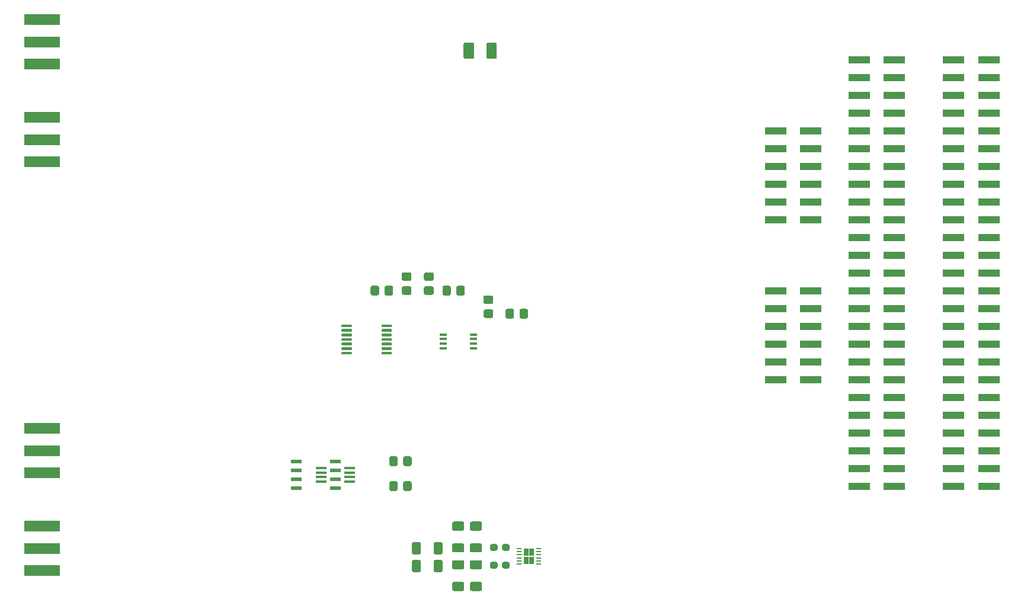
<source format=gtp>
G04 #@! TF.GenerationSoftware,KiCad,Pcbnew,5.1.12-84ad8e8a86~92~ubuntu18.04.1*
G04 #@! TF.CreationDate,2025-07-17T12:35:45+02:00*
G04 #@! TF.ProjectId,FPGA_buffer_board,46504741-5f62-4756-9666-65725f626f61,1.1*
G04 #@! TF.SameCoordinates,Original*
G04 #@! TF.FileFunction,Paste,Top*
G04 #@! TF.FilePolarity,Positive*
%FSLAX46Y46*%
G04 Gerber Fmt 4.6, Leading zero omitted, Abs format (unit mm)*
G04 Created by KiCad (PCBNEW 5.1.12-84ad8e8a86~92~ubuntu18.04.1) date 2025-07-17 12:35:45*
%MOMM*%
%LPD*%
G01*
G04 APERTURE LIST*
%ADD10R,1.520000X0.600000*%
%ADD11R,1.524000X0.450000*%
%ADD12R,0.640000X1.000000*%
%ADD13R,0.700000X0.250000*%
%ADD14R,3.150000X1.000000*%
%ADD15R,5.080000X1.500000*%
%ADD16R,1.100000X0.400000*%
G04 APERTURE END LIST*
D10*
X133968000Y-123470000D03*
X133968000Y-124740000D03*
X133968000Y-126010000D03*
X133968000Y-127280000D03*
X128380000Y-127280000D03*
X128380000Y-126010000D03*
X128380000Y-123470000D03*
X128380000Y-124740000D03*
D11*
X136000000Y-126350000D03*
X136000000Y-125700000D03*
X136000000Y-125050000D03*
X136000000Y-124400000D03*
X131936000Y-125700000D03*
X131936000Y-125050000D03*
X131936000Y-126350000D03*
X131936000Y-124400000D03*
D12*
X161195000Y-136435000D03*
X162025000Y-136435000D03*
X161195000Y-137625000D03*
X162025000Y-137625000D03*
D13*
X163010000Y-135905000D03*
X163010000Y-136355000D03*
X163010000Y-136805000D03*
X163010000Y-137255000D03*
X163010000Y-137705000D03*
X163010000Y-138155000D03*
X160210000Y-138155000D03*
X160210000Y-137705000D03*
X160210000Y-137255000D03*
X160210000Y-136805000D03*
X160210000Y-136355000D03*
X160210000Y-135905000D03*
D14*
X201900000Y-88900000D03*
X196850000Y-88900000D03*
X201900000Y-86360000D03*
X196850000Y-86360000D03*
X201900000Y-83820000D03*
X196850000Y-83820000D03*
X201900000Y-81280000D03*
X196850000Y-81280000D03*
X201900000Y-78740000D03*
X196850000Y-78740000D03*
X201900000Y-76200000D03*
X196850000Y-76200000D03*
G36*
G01*
X152285000Y-65695000D02*
X152285000Y-63845000D01*
G75*
G02*
X152535000Y-63595000I250000J0D01*
G01*
X153535000Y-63595000D01*
G75*
G02*
X153785000Y-63845000I0J-250000D01*
G01*
X153785000Y-65695000D01*
G75*
G02*
X153535000Y-65945000I-250000J0D01*
G01*
X152535000Y-65945000D01*
G75*
G02*
X152285000Y-65695000I0J250000D01*
G01*
G37*
G36*
G01*
X155535000Y-65695000D02*
X155535000Y-63845000D01*
G75*
G02*
X155785000Y-63595000I250000J0D01*
G01*
X156785000Y-63595000D01*
G75*
G02*
X157035000Y-63845000I0J-250000D01*
G01*
X157035000Y-65695000D01*
G75*
G02*
X156785000Y-65945000I-250000J0D01*
G01*
X155785000Y-65945000D01*
G75*
G02*
X155535000Y-65695000I0J250000D01*
G01*
G37*
X196850000Y-99060000D03*
X201900000Y-99060000D03*
X196850000Y-101600000D03*
X201900000Y-101600000D03*
X196850000Y-104140000D03*
X201900000Y-104140000D03*
X196850000Y-106680000D03*
X201900000Y-106680000D03*
X196850000Y-109220000D03*
X201900000Y-109220000D03*
X196850000Y-111760000D03*
X201900000Y-111760000D03*
D15*
X92075000Y-132715000D03*
X92075000Y-139065000D03*
X92075000Y-135890000D03*
X92075000Y-121920000D03*
X92075000Y-125095000D03*
X92075000Y-118745000D03*
G36*
G01*
X158866000Y-135525500D02*
X158866000Y-136000500D01*
G75*
G02*
X158628500Y-136238000I-237500J0D01*
G01*
X158028500Y-136238000D01*
G75*
G02*
X157791000Y-136000500I0J237500D01*
G01*
X157791000Y-135525500D01*
G75*
G02*
X158028500Y-135288000I237500J0D01*
G01*
X158628500Y-135288000D01*
G75*
G02*
X158866000Y-135525500I0J-237500D01*
G01*
G37*
G36*
G01*
X157141000Y-135525500D02*
X157141000Y-136000500D01*
G75*
G02*
X156903500Y-136238000I-237500J0D01*
G01*
X156303500Y-136238000D01*
G75*
G02*
X156066000Y-136000500I0J237500D01*
G01*
X156066000Y-135525500D01*
G75*
G02*
X156303500Y-135288000I237500J0D01*
G01*
X156903500Y-135288000D01*
G75*
G02*
X157141000Y-135525500I0J-237500D01*
G01*
G37*
G36*
G01*
X157141000Y-138065500D02*
X157141000Y-138540500D01*
G75*
G02*
X156903500Y-138778000I-237500J0D01*
G01*
X156303500Y-138778000D01*
G75*
G02*
X156066000Y-138540500I0J237500D01*
G01*
X156066000Y-138065500D01*
G75*
G02*
X156303500Y-137828000I237500J0D01*
G01*
X156903500Y-137828000D01*
G75*
G02*
X157141000Y-138065500I0J-237500D01*
G01*
G37*
G36*
G01*
X158866000Y-138065500D02*
X158866000Y-138540500D01*
G75*
G02*
X158628500Y-138778000I-237500J0D01*
G01*
X158028500Y-138778000D01*
G75*
G02*
X157791000Y-138540500I0J237500D01*
G01*
X157791000Y-138065500D01*
G75*
G02*
X158028500Y-137828000I237500J0D01*
G01*
X158628500Y-137828000D01*
G75*
G02*
X158866000Y-138065500I0J-237500D01*
G01*
G37*
D14*
X227330000Y-127000000D03*
X222280000Y-127000000D03*
X227330000Y-124460000D03*
X222280000Y-124460000D03*
X227330000Y-121920000D03*
X222280000Y-121920000D03*
X227330000Y-119380000D03*
X222280000Y-119380000D03*
X227330000Y-116840000D03*
X222280000Y-116840000D03*
X227330000Y-114300000D03*
X222280000Y-114300000D03*
X227330000Y-111760000D03*
X222280000Y-111760000D03*
X227330000Y-109220000D03*
X222280000Y-109220000D03*
X227330000Y-106680000D03*
X222280000Y-106680000D03*
X227330000Y-104140000D03*
X222280000Y-104140000D03*
X227330000Y-101600000D03*
X222280000Y-101600000D03*
X227330000Y-99060000D03*
X222280000Y-99060000D03*
X227330000Y-96520000D03*
X222280000Y-96520000D03*
X227330000Y-93980000D03*
X222280000Y-93980000D03*
X227330000Y-91440000D03*
X222280000Y-91440000D03*
X227330000Y-88900000D03*
X222280000Y-88900000D03*
X227330000Y-86360000D03*
X222280000Y-86360000D03*
X227330000Y-83820000D03*
X222280000Y-83820000D03*
X227330000Y-81280000D03*
X222280000Y-81280000D03*
X227330000Y-78740000D03*
X222280000Y-78740000D03*
X227330000Y-76200000D03*
X222280000Y-76200000D03*
X227330000Y-73660000D03*
X222280000Y-73660000D03*
X227330000Y-71120000D03*
X222280000Y-71120000D03*
X227330000Y-68580000D03*
X222280000Y-68580000D03*
X227330000Y-66040000D03*
X222280000Y-66040000D03*
X213838000Y-127000000D03*
X208788000Y-127000000D03*
X213838000Y-124460000D03*
X208788000Y-124460000D03*
X213838000Y-121920000D03*
X208788000Y-121920000D03*
X213838000Y-119380000D03*
X208788000Y-119380000D03*
X213838000Y-116840000D03*
X208788000Y-116840000D03*
X213838000Y-114300000D03*
X208788000Y-114300000D03*
X213838000Y-111760000D03*
X208788000Y-111760000D03*
X213838000Y-109220000D03*
X208788000Y-109220000D03*
X213838000Y-106680000D03*
X208788000Y-106680000D03*
X213838000Y-104140000D03*
X208788000Y-104140000D03*
X213838000Y-101600000D03*
X208788000Y-101600000D03*
X213838000Y-99060000D03*
X208788000Y-99060000D03*
X213838000Y-96520000D03*
X208788000Y-96520000D03*
X213838000Y-93980000D03*
X208788000Y-93980000D03*
X213838000Y-91440000D03*
X208788000Y-91440000D03*
X213838000Y-88900000D03*
X208788000Y-88900000D03*
X213838000Y-86360000D03*
X208788000Y-86360000D03*
X213838000Y-83820000D03*
X208788000Y-83820000D03*
X213838000Y-81280000D03*
X208788000Y-81280000D03*
X213838000Y-78740000D03*
X208788000Y-78740000D03*
X213838000Y-76200000D03*
X208788000Y-76200000D03*
X213838000Y-73660000D03*
X208788000Y-73660000D03*
X213838000Y-71120000D03*
X208788000Y-71120000D03*
X213838000Y-68580000D03*
X208788000Y-68580000D03*
X213838000Y-66040000D03*
X208788000Y-66040000D03*
G36*
G01*
X144902500Y-136515001D02*
X144902500Y-135264999D01*
G75*
G02*
X145152499Y-135015000I249999J0D01*
G01*
X145952501Y-135015000D01*
G75*
G02*
X146202500Y-135264999I0J-249999D01*
G01*
X146202500Y-136515001D01*
G75*
G02*
X145952501Y-136765000I-249999J0D01*
G01*
X145152499Y-136765000D01*
G75*
G02*
X144902500Y-136515001I0J249999D01*
G01*
G37*
G36*
G01*
X148002500Y-136515001D02*
X148002500Y-135264999D01*
G75*
G02*
X148252499Y-135015000I249999J0D01*
G01*
X149052501Y-135015000D01*
G75*
G02*
X149302500Y-135264999I0J-249999D01*
G01*
X149302500Y-136515001D01*
G75*
G02*
X149052501Y-136765000I-249999J0D01*
G01*
X148252499Y-136765000D01*
G75*
G02*
X148002500Y-136515001I0J249999D01*
G01*
G37*
G36*
G01*
X148002500Y-139055001D02*
X148002500Y-137804999D01*
G75*
G02*
X148252499Y-137555000I249999J0D01*
G01*
X149052501Y-137555000D01*
G75*
G02*
X149302500Y-137804999I0J-249999D01*
G01*
X149302500Y-139055001D01*
G75*
G02*
X149052501Y-139305000I-249999J0D01*
G01*
X148252499Y-139305000D01*
G75*
G02*
X148002500Y-139055001I0J249999D01*
G01*
G37*
G36*
G01*
X144902500Y-139055001D02*
X144902500Y-137804999D01*
G75*
G02*
X145152499Y-137555000I249999J0D01*
G01*
X145952501Y-137555000D01*
G75*
G02*
X146202500Y-137804999I0J-249999D01*
G01*
X146202500Y-139055001D01*
G75*
G02*
X145952501Y-139305000I-249999J0D01*
G01*
X145152499Y-139305000D01*
G75*
G02*
X144902500Y-139055001I0J249999D01*
G01*
G37*
G36*
G01*
X152136001Y-141990500D02*
X150885999Y-141990500D01*
G75*
G02*
X150636000Y-141740501I0J249999D01*
G01*
X150636000Y-140940499D01*
G75*
G02*
X150885999Y-140690500I249999J0D01*
G01*
X152136001Y-140690500D01*
G75*
G02*
X152386000Y-140940499I0J-249999D01*
G01*
X152386000Y-141740501D01*
G75*
G02*
X152136001Y-141990500I-249999J0D01*
G01*
G37*
G36*
G01*
X152136001Y-138890500D02*
X150885999Y-138890500D01*
G75*
G02*
X150636000Y-138640501I0J249999D01*
G01*
X150636000Y-137840499D01*
G75*
G02*
X150885999Y-137590500I249999J0D01*
G01*
X152136001Y-137590500D01*
G75*
G02*
X152386000Y-137840499I0J-249999D01*
G01*
X152386000Y-138640501D01*
G75*
G02*
X152136001Y-138890500I-249999J0D01*
G01*
G37*
G36*
G01*
X154676001Y-141990500D02*
X153425999Y-141990500D01*
G75*
G02*
X153176000Y-141740501I0J249999D01*
G01*
X153176000Y-140940499D01*
G75*
G02*
X153425999Y-140690500I249999J0D01*
G01*
X154676001Y-140690500D01*
G75*
G02*
X154926000Y-140940499I0J-249999D01*
G01*
X154926000Y-141740501D01*
G75*
G02*
X154676001Y-141990500I-249999J0D01*
G01*
G37*
G36*
G01*
X154676001Y-138890500D02*
X153425999Y-138890500D01*
G75*
G02*
X153176000Y-138640501I0J249999D01*
G01*
X153176000Y-137840499D01*
G75*
G02*
X153425999Y-137590500I249999J0D01*
G01*
X154676001Y-137590500D01*
G75*
G02*
X154926000Y-137840499I0J-249999D01*
G01*
X154926000Y-138640501D01*
G75*
G02*
X154676001Y-138890500I-249999J0D01*
G01*
G37*
G36*
G01*
X153425999Y-135175500D02*
X154676001Y-135175500D01*
G75*
G02*
X154926000Y-135425499I0J-249999D01*
G01*
X154926000Y-136225501D01*
G75*
G02*
X154676001Y-136475500I-249999J0D01*
G01*
X153425999Y-136475500D01*
G75*
G02*
X153176000Y-136225501I0J249999D01*
G01*
X153176000Y-135425499D01*
G75*
G02*
X153425999Y-135175500I249999J0D01*
G01*
G37*
G36*
G01*
X153425999Y-132075500D02*
X154676001Y-132075500D01*
G75*
G02*
X154926000Y-132325499I0J-249999D01*
G01*
X154926000Y-133125501D01*
G75*
G02*
X154676001Y-133375500I-249999J0D01*
G01*
X153425999Y-133375500D01*
G75*
G02*
X153176000Y-133125501I0J249999D01*
G01*
X153176000Y-132325499D01*
G75*
G02*
X153425999Y-132075500I249999J0D01*
G01*
G37*
G36*
G01*
X150885999Y-135175500D02*
X152136001Y-135175500D01*
G75*
G02*
X152386000Y-135425499I0J-249999D01*
G01*
X152386000Y-136225501D01*
G75*
G02*
X152136001Y-136475500I-249999J0D01*
G01*
X150885999Y-136475500D01*
G75*
G02*
X150636000Y-136225501I0J249999D01*
G01*
X150636000Y-135425499D01*
G75*
G02*
X150885999Y-135175500I249999J0D01*
G01*
G37*
G36*
G01*
X150885999Y-132075500D02*
X152136001Y-132075500D01*
G75*
G02*
X152386000Y-132325499I0J-249999D01*
G01*
X152386000Y-133125501D01*
G75*
G02*
X152136001Y-133375500I-249999J0D01*
G01*
X150885999Y-133375500D01*
G75*
G02*
X150636000Y-133125501I0J249999D01*
G01*
X150636000Y-132325499D01*
G75*
G02*
X150885999Y-132075500I249999J0D01*
G01*
G37*
G36*
G01*
X143665000Y-127450001D02*
X143665000Y-126549999D01*
G75*
G02*
X143914999Y-126300000I249999J0D01*
G01*
X144615001Y-126300000D01*
G75*
G02*
X144865000Y-126549999I0J-249999D01*
G01*
X144865000Y-127450001D01*
G75*
G02*
X144615001Y-127700000I-249999J0D01*
G01*
X143914999Y-127700000D01*
G75*
G02*
X143665000Y-127450001I0J249999D01*
G01*
G37*
G36*
G01*
X141665000Y-127450001D02*
X141665000Y-126549999D01*
G75*
G02*
X141914999Y-126300000I249999J0D01*
G01*
X142615001Y-126300000D01*
G75*
G02*
X142865000Y-126549999I0J-249999D01*
G01*
X142865000Y-127450001D01*
G75*
G02*
X142615001Y-127700000I-249999J0D01*
G01*
X141914999Y-127700000D01*
G75*
G02*
X141665000Y-127450001I0J249999D01*
G01*
G37*
G36*
G01*
X143665000Y-123894001D02*
X143665000Y-122993999D01*
G75*
G02*
X143914999Y-122744000I249999J0D01*
G01*
X144615001Y-122744000D01*
G75*
G02*
X144865000Y-122993999I0J-249999D01*
G01*
X144865000Y-123894001D01*
G75*
G02*
X144615001Y-124144000I-249999J0D01*
G01*
X143914999Y-124144000D01*
G75*
G02*
X143665000Y-123894001I0J249999D01*
G01*
G37*
G36*
G01*
X141665000Y-123894001D02*
X141665000Y-122993999D01*
G75*
G02*
X141914999Y-122744000I249999J0D01*
G01*
X142615001Y-122744000D01*
G75*
G02*
X142865000Y-122993999I0J-249999D01*
G01*
X142865000Y-123894001D01*
G75*
G02*
X142615001Y-124144000I-249999J0D01*
G01*
X141914999Y-124144000D01*
G75*
G02*
X141665000Y-123894001I0J249999D01*
G01*
G37*
D15*
X92075000Y-60325000D03*
X92075000Y-66675000D03*
X92075000Y-63500000D03*
G36*
G01*
X144595001Y-97660000D02*
X143694999Y-97660000D01*
G75*
G02*
X143445000Y-97410001I0J249999D01*
G01*
X143445000Y-96709999D01*
G75*
G02*
X143694999Y-96460000I249999J0D01*
G01*
X144595001Y-96460000D01*
G75*
G02*
X144845000Y-96709999I0J-249999D01*
G01*
X144845000Y-97410001D01*
G75*
G02*
X144595001Y-97660000I-249999J0D01*
G01*
G37*
G36*
G01*
X144595001Y-99660000D02*
X143694999Y-99660000D01*
G75*
G02*
X143445000Y-99410001I0J249999D01*
G01*
X143445000Y-98709999D01*
G75*
G02*
X143694999Y-98460000I249999J0D01*
G01*
X144595001Y-98460000D01*
G75*
G02*
X144845000Y-98709999I0J-249999D01*
G01*
X144845000Y-99410001D01*
G75*
G02*
X144595001Y-99660000I-249999J0D01*
G01*
G37*
G36*
G01*
X156279001Y-102962000D02*
X155378999Y-102962000D01*
G75*
G02*
X155129000Y-102712001I0J249999D01*
G01*
X155129000Y-102011999D01*
G75*
G02*
X155378999Y-101762000I249999J0D01*
G01*
X156279001Y-101762000D01*
G75*
G02*
X156529000Y-102011999I0J-249999D01*
G01*
X156529000Y-102712001D01*
G75*
G02*
X156279001Y-102962000I-249999J0D01*
G01*
G37*
G36*
G01*
X156279001Y-100962000D02*
X155378999Y-100962000D01*
G75*
G02*
X155129000Y-100712001I0J249999D01*
G01*
X155129000Y-100011999D01*
G75*
G02*
X155378999Y-99762000I249999J0D01*
G01*
X156279001Y-99762000D01*
G75*
G02*
X156529000Y-100011999I0J-249999D01*
G01*
X156529000Y-100712001D01*
G75*
G02*
X156279001Y-100962000I-249999J0D01*
G01*
G37*
G36*
G01*
X147770001Y-99660000D02*
X146869999Y-99660000D01*
G75*
G02*
X146620000Y-99410001I0J249999D01*
G01*
X146620000Y-98709999D01*
G75*
G02*
X146869999Y-98460000I249999J0D01*
G01*
X147770001Y-98460000D01*
G75*
G02*
X148020000Y-98709999I0J-249999D01*
G01*
X148020000Y-99410001D01*
G75*
G02*
X147770001Y-99660000I-249999J0D01*
G01*
G37*
G36*
G01*
X147770001Y-97660000D02*
X146869999Y-97660000D01*
G75*
G02*
X146620000Y-97410001I0J249999D01*
G01*
X146620000Y-96709999D01*
G75*
G02*
X146869999Y-96460000I249999J0D01*
G01*
X147770001Y-96460000D01*
G75*
G02*
X148020000Y-96709999I0J-249999D01*
G01*
X148020000Y-97410001D01*
G75*
G02*
X147770001Y-97660000I-249999J0D01*
G01*
G37*
G36*
G01*
X141005000Y-99510001D02*
X141005000Y-98609999D01*
G75*
G02*
X141254999Y-98360000I249999J0D01*
G01*
X141955001Y-98360000D01*
G75*
G02*
X142205000Y-98609999I0J-249999D01*
G01*
X142205000Y-99510001D01*
G75*
G02*
X141955001Y-99760000I-249999J0D01*
G01*
X141254999Y-99760000D01*
G75*
G02*
X141005000Y-99510001I0J249999D01*
G01*
G37*
G36*
G01*
X139005000Y-99510001D02*
X139005000Y-98609999D01*
G75*
G02*
X139254999Y-98360000I249999J0D01*
G01*
X139955001Y-98360000D01*
G75*
G02*
X140205000Y-98609999I0J-249999D01*
G01*
X140205000Y-99510001D01*
G75*
G02*
X139955001Y-99760000I-249999J0D01*
G01*
X139254999Y-99760000D01*
G75*
G02*
X139005000Y-99510001I0J249999D01*
G01*
G37*
G36*
G01*
X161477000Y-101911999D02*
X161477000Y-102812001D01*
G75*
G02*
X161227001Y-103062000I-249999J0D01*
G01*
X160526999Y-103062000D01*
G75*
G02*
X160277000Y-102812001I0J249999D01*
G01*
X160277000Y-101911999D01*
G75*
G02*
X160526999Y-101662000I249999J0D01*
G01*
X161227001Y-101662000D01*
G75*
G02*
X161477000Y-101911999I0J-249999D01*
G01*
G37*
G36*
G01*
X159477000Y-101911999D02*
X159477000Y-102812001D01*
G75*
G02*
X159227001Y-103062000I-249999J0D01*
G01*
X158526999Y-103062000D01*
G75*
G02*
X158277000Y-102812001I0J249999D01*
G01*
X158277000Y-101911999D01*
G75*
G02*
X158526999Y-101662000I249999J0D01*
G01*
X159227001Y-101662000D01*
G75*
G02*
X159477000Y-101911999I0J-249999D01*
G01*
G37*
G36*
G01*
X150460000Y-98609999D02*
X150460000Y-99510001D01*
G75*
G02*
X150210001Y-99760000I-249999J0D01*
G01*
X149509999Y-99760000D01*
G75*
G02*
X149260000Y-99510001I0J249999D01*
G01*
X149260000Y-98609999D01*
G75*
G02*
X149509999Y-98360000I249999J0D01*
G01*
X150210001Y-98360000D01*
G75*
G02*
X150460000Y-98609999I0J-249999D01*
G01*
G37*
G36*
G01*
X152460000Y-98609999D02*
X152460000Y-99510001D01*
G75*
G02*
X152210001Y-99760000I-249999J0D01*
G01*
X151509999Y-99760000D01*
G75*
G02*
X151260000Y-99510001I0J249999D01*
G01*
X151260000Y-98609999D01*
G75*
G02*
X151509999Y-98360000I249999J0D01*
G01*
X152210001Y-98360000D01*
G75*
G02*
X152460000Y-98609999I0J-249999D01*
G01*
G37*
X92075000Y-74295000D03*
X92075000Y-80645000D03*
X92075000Y-77470000D03*
G36*
G01*
X134830000Y-104195000D02*
X134830000Y-103995000D01*
G75*
G02*
X134930000Y-103895000I100000J0D01*
G01*
X136205000Y-103895000D01*
G75*
G02*
X136305000Y-103995000I0J-100000D01*
G01*
X136305000Y-104195000D01*
G75*
G02*
X136205000Y-104295000I-100000J0D01*
G01*
X134930000Y-104295000D01*
G75*
G02*
X134830000Y-104195000I0J100000D01*
G01*
G37*
G36*
G01*
X134830000Y-104845000D02*
X134830000Y-104645000D01*
G75*
G02*
X134930000Y-104545000I100000J0D01*
G01*
X136205000Y-104545000D01*
G75*
G02*
X136305000Y-104645000I0J-100000D01*
G01*
X136305000Y-104845000D01*
G75*
G02*
X136205000Y-104945000I-100000J0D01*
G01*
X134930000Y-104945000D01*
G75*
G02*
X134830000Y-104845000I0J100000D01*
G01*
G37*
G36*
G01*
X134830000Y-105495000D02*
X134830000Y-105295000D01*
G75*
G02*
X134930000Y-105195000I100000J0D01*
G01*
X136205000Y-105195000D01*
G75*
G02*
X136305000Y-105295000I0J-100000D01*
G01*
X136305000Y-105495000D01*
G75*
G02*
X136205000Y-105595000I-100000J0D01*
G01*
X134930000Y-105595000D01*
G75*
G02*
X134830000Y-105495000I0J100000D01*
G01*
G37*
G36*
G01*
X134830000Y-106145000D02*
X134830000Y-105945000D01*
G75*
G02*
X134930000Y-105845000I100000J0D01*
G01*
X136205000Y-105845000D01*
G75*
G02*
X136305000Y-105945000I0J-100000D01*
G01*
X136305000Y-106145000D01*
G75*
G02*
X136205000Y-106245000I-100000J0D01*
G01*
X134930000Y-106245000D01*
G75*
G02*
X134830000Y-106145000I0J100000D01*
G01*
G37*
G36*
G01*
X134830000Y-106795000D02*
X134830000Y-106595000D01*
G75*
G02*
X134930000Y-106495000I100000J0D01*
G01*
X136205000Y-106495000D01*
G75*
G02*
X136305000Y-106595000I0J-100000D01*
G01*
X136305000Y-106795000D01*
G75*
G02*
X136205000Y-106895000I-100000J0D01*
G01*
X134930000Y-106895000D01*
G75*
G02*
X134830000Y-106795000I0J100000D01*
G01*
G37*
G36*
G01*
X134830000Y-107445000D02*
X134830000Y-107245000D01*
G75*
G02*
X134930000Y-107145000I100000J0D01*
G01*
X136205000Y-107145000D01*
G75*
G02*
X136305000Y-107245000I0J-100000D01*
G01*
X136305000Y-107445000D01*
G75*
G02*
X136205000Y-107545000I-100000J0D01*
G01*
X134930000Y-107545000D01*
G75*
G02*
X134830000Y-107445000I0J100000D01*
G01*
G37*
G36*
G01*
X134830000Y-108095000D02*
X134830000Y-107895000D01*
G75*
G02*
X134930000Y-107795000I100000J0D01*
G01*
X136205000Y-107795000D01*
G75*
G02*
X136305000Y-107895000I0J-100000D01*
G01*
X136305000Y-108095000D01*
G75*
G02*
X136205000Y-108195000I-100000J0D01*
G01*
X134930000Y-108195000D01*
G75*
G02*
X134830000Y-108095000I0J100000D01*
G01*
G37*
G36*
G01*
X140555000Y-108095000D02*
X140555000Y-107895000D01*
G75*
G02*
X140655000Y-107795000I100000J0D01*
G01*
X141930000Y-107795000D01*
G75*
G02*
X142030000Y-107895000I0J-100000D01*
G01*
X142030000Y-108095000D01*
G75*
G02*
X141930000Y-108195000I-100000J0D01*
G01*
X140655000Y-108195000D01*
G75*
G02*
X140555000Y-108095000I0J100000D01*
G01*
G37*
G36*
G01*
X140555000Y-107445000D02*
X140555000Y-107245000D01*
G75*
G02*
X140655000Y-107145000I100000J0D01*
G01*
X141930000Y-107145000D01*
G75*
G02*
X142030000Y-107245000I0J-100000D01*
G01*
X142030000Y-107445000D01*
G75*
G02*
X141930000Y-107545000I-100000J0D01*
G01*
X140655000Y-107545000D01*
G75*
G02*
X140555000Y-107445000I0J100000D01*
G01*
G37*
G36*
G01*
X140555000Y-106795000D02*
X140555000Y-106595000D01*
G75*
G02*
X140655000Y-106495000I100000J0D01*
G01*
X141930000Y-106495000D01*
G75*
G02*
X142030000Y-106595000I0J-100000D01*
G01*
X142030000Y-106795000D01*
G75*
G02*
X141930000Y-106895000I-100000J0D01*
G01*
X140655000Y-106895000D01*
G75*
G02*
X140555000Y-106795000I0J100000D01*
G01*
G37*
G36*
G01*
X140555000Y-106145000D02*
X140555000Y-105945000D01*
G75*
G02*
X140655000Y-105845000I100000J0D01*
G01*
X141930000Y-105845000D01*
G75*
G02*
X142030000Y-105945000I0J-100000D01*
G01*
X142030000Y-106145000D01*
G75*
G02*
X141930000Y-106245000I-100000J0D01*
G01*
X140655000Y-106245000D01*
G75*
G02*
X140555000Y-106145000I0J100000D01*
G01*
G37*
G36*
G01*
X140555000Y-105495000D02*
X140555000Y-105295000D01*
G75*
G02*
X140655000Y-105195000I100000J0D01*
G01*
X141930000Y-105195000D01*
G75*
G02*
X142030000Y-105295000I0J-100000D01*
G01*
X142030000Y-105495000D01*
G75*
G02*
X141930000Y-105595000I-100000J0D01*
G01*
X140655000Y-105595000D01*
G75*
G02*
X140555000Y-105495000I0J100000D01*
G01*
G37*
G36*
G01*
X140555000Y-104845000D02*
X140555000Y-104645000D01*
G75*
G02*
X140655000Y-104545000I100000J0D01*
G01*
X141930000Y-104545000D01*
G75*
G02*
X142030000Y-104645000I0J-100000D01*
G01*
X142030000Y-104845000D01*
G75*
G02*
X141930000Y-104945000I-100000J0D01*
G01*
X140655000Y-104945000D01*
G75*
G02*
X140555000Y-104845000I0J100000D01*
G01*
G37*
G36*
G01*
X140555000Y-104195000D02*
X140555000Y-103995000D01*
G75*
G02*
X140655000Y-103895000I100000J0D01*
G01*
X141930000Y-103895000D01*
G75*
G02*
X142030000Y-103995000I0J-100000D01*
G01*
X142030000Y-104195000D01*
G75*
G02*
X141930000Y-104295000I-100000J0D01*
G01*
X140655000Y-104295000D01*
G75*
G02*
X140555000Y-104195000I0J100000D01*
G01*
G37*
D16*
X149361000Y-105324000D03*
X149361000Y-105974000D03*
X149361000Y-106624000D03*
X149361000Y-107274000D03*
X153661000Y-107274000D03*
X153661000Y-106624000D03*
X153661000Y-105974000D03*
X153661000Y-105324000D03*
M02*

</source>
